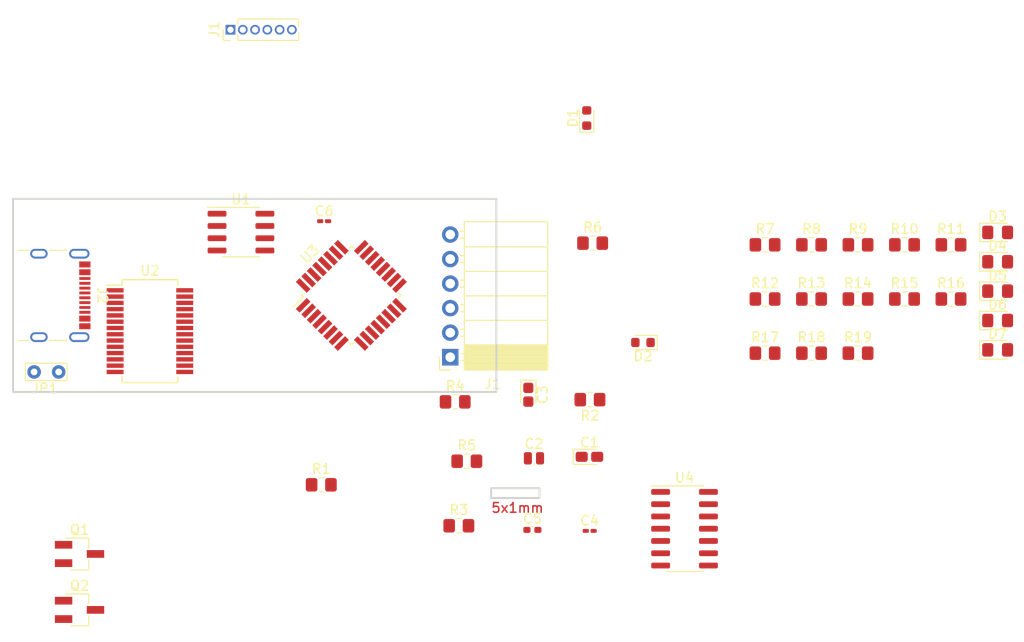
<source format=kicad_pcb>
(kicad_pcb (version 20221018) (generator pcbnew)
  (layers (0 "F.Cu" signal) (31 "B.Cu" signal) (34 "B.Paste" user) (35 "F.Paste" user) (36 "B.SilkS" user "B.Silkscreen") (37 "F.SilkS" user "F.Silkscreen") (38 "B.Mask" user) (39 "F.Mask" user) (44 "Edge.Cuts" user))
  (net 0 "")
  (net 1 "MCLR{slash}Vpp")
  (net 2 "Net-(U1-Q)")
  (net 3 "Net-(C1-Pad2)")
  (net 6 "Net-(D1-K)")
  (net 16 "PGD")
  (net 17 "PGC")
  (net 18 "Net-(J2-CC1)")
  (net 23 "Net-(J2-CC2)")
  (net 24 "Net-(JP1-A)")
  (net 31 "Net-(U3-PB0)")
  (net 32 "Net-(U3-PB1)")
  (net 33 "Gnd")
  (net 34 "Vpp")
  (net 38 "PGM")
  (net 39 "Net-(Q1-G)")
  (net 40 "Net-(D4-K)")
  (net 41 "Net-(D5-K)")
  (net 44 "Vcc")
  (net 48 "MISO")
  (net 49 "SCK")
  (net 50 "Net-(U2-USBD+)")
  (net 51 "Net-(U2-USBD-)")
  (net 53 "MOSI")
  (net 54 "Reset")
  (net 55 "Net-(U3-PC0)")
  (net 57 "Net-(JP1-B)")
  (net 58 "Net-(U2-TXD)")
  (net 59 "Net-(U2-RXD)")
  (net 62 "Net-(U3-PC1)")
  (net 63 "Net-(U3-PC2)")
  (net 64 "Net-(U3-PC3)")
  (net 65 "Net-(D3-A)")
  (net 66 "Net-(D4-A)")
  (net 67 "Net-(D5-A)")
  (net 68 "Net-(D6-K)")
  (net 69 "Net-(D7-K)")
  (net 70 "Vpp_on")
  (net 72 "Net-(R17-Pad2)")
  (net 73 "Vpp_select")
  (footprint "Capacitor_SMD:C_0201_0603Metric_Pad0.64x0.40mm_HandSolder" (layer "F.Cu") (at 84.6575 59.3852)
    (fp_text reference "C4" (at 0 -1.05) (layer "F.SilkS"))
    (fp_text value "100nF")
    (pad "1" smd roundrect (at -0.4075 0) (size 0.635 0.4) (layers "F.Cu" "F.Mask") (net 44 "Vcc"))
    (pad "2" smd roundrect (at 0.4075 0) (size 0.635 0.4) (layers "F.Cu" "F.Mask") (net 33 "Gnd"))
  )
  (footprint "Diode_SMD:D_0603_1608Metric" (layer "F.Cu") (at 84.3534 16.637 90)
    (fp_text reference "D1" (at 0 -1.43 90) (layer "F.SilkS"))
    (fp_text value "BAT43")
    (fp_line (start -1.485 -0.735) (end -1.485 0.735) (stroke (width 0.12)) (layer "F.SilkS"))
    (fp_line (start -1.485 0.735) (end 0.8 0.735) (stroke (width 0.12)) (layer "F.SilkS"))
    (fp_line (start 0.8 -0.735) (end -1.485 -0.735) (stroke (width 0.12)) (layer "F.SilkS"))
    (pad "1" smd roundrect (at -0.7875 0 90) (size 0.875 0.95) (layers "F.Cu" "F.Paste" "F.Mask") (net 6 "Net-(D1-K)"))
    (pad "2" smd roundrect (at 0.7875 0 90) (size 0.875 0.95) (layers "F.Cu" "F.Paste" "F.Mask") (net 44 "Vcc"))
  )
  (footprint "Resistor_SMD:R_0805_2012Metric_Pad1.20x1.40mm_HandSolder" (layer "F.Cu") (at 107.609 40.985)
    (fp_text reference "R18" (at 0 -1.65) (layer "F.SilkS"))
    (fp_text value "R")
    (fp_line (start -0.227064 -0.735) (end 0.227064 -0.735) (stroke (width 0.12)) (layer "F.SilkS"))
    (fp_line (start -0.227064 0.735) (end 0.227064 0.735) (stroke (width 0.12)) (layer "F.SilkS"))
    (pad "1" smd roundrect (at -1 0) (size 1.2 1.4) (layers "F.Cu" "F.Paste" "F.Mask") (roundrect_rratio 0.208333) (net 69 "Net-(D7-K)"))
    (pad "2" smd roundrect (at 1 0) (size 1.2 1.4) (layers "F.Cu" "F.Paste" "F.Mask") (roundrect_rratio 0.208333) (net 33 "Gnd"))
  )
  (footprint "Resistor_SMD:R_0805_2012Metric_Pad1.20x1.40mm_HandSolder" (layer "F.Cu") (at 107.609 35.375)
    (fp_text reference "R13" (at 0 -1.65) (layer "F.SilkS"))
    (fp_text value "470")
    (fp_line (start -0.227064 -0.735) (end 0.227064 -0.735) (stroke (width 0.12)) (layer "F.SilkS"))
    (fp_line (start -0.227064 0.735) (end 0.227064 0.735) (stroke (width 0.12)) (layer "F.SilkS"))
    (pad "1" smd roundrect (at -1 0) (size 1.2 1.4) (layers "F.Cu" "F.Paste" "F.Mask") (roundrect_rratio 0.208333) (net 64 "Net-(U3-PC3)"))
    (pad "2" smd roundrect (at 1 0) (size 1.2 1.4) (layers "F.Cu" "F.Paste" "F.Mask") (roundrect_rratio 0.208333))
  )
  (footprint "Resistor_SMD:R_0805_2012Metric_Pad1.20x1.40mm_HandSolder" (layer "F.Cu") (at 112.419 35.375)
    (fp_text reference "R14" (at 0 -1.65) (layer "F.SilkS"))
    (fp_text value "R")
    (fp_line (start -0.227064 -0.735) (end 0.227064 -0.735) (stroke (width 0.12)) (layer "F.SilkS"))
    (fp_line (start -0.227064 0.735) (end 0.227064 0.735) (stroke (width 0.12)) (layer "F.SilkS"))
    (pad "1" smd roundrect (at -1 0) (size 1.2 1.4) (layers "F.Cu" "F.Paste" "F.Mask") (roundrect_rratio 0.208333) (net 1 "MCLR{slash}Vpp"))
    (pad "2" smd roundrect (at 1 0) (size 1.2 1.4) (layers "F.Cu" "F.Paste" "F.Mask") (roundrect_rratio 0.208333) (net 33 "Gnd"))
  )
  (footprint "Capacitor_SMD:C_0201_0603Metric_Pad0.64x0.40mm_HandSolder" (layer "F.Cu") (at 57.184 27.315)
    (fp_text reference "C6" (at 0 -1.05) (layer "F.SilkS"))
    (fp_text value "C")
    (pad "1" smd roundrect (at -0.4075 0) (size 0.635 0.4) (layers "F.Cu" "F.Mask"))
    (pad "2" smd roundrect (at 0.4075 0) (size 0.635 0.4) (layers "F.Cu" "F.Mask"))
  )
  (footprint "Resistor_SMD:R_0805_2012Metric_Pad1.20x1.40mm_HandSolder" (layer "F.Cu") (at 107.609 29.765)
    (fp_text reference "R8" (at 0 -1.65) (layer "F.SilkS"))
    (fp_text value "1k")
    (fp_line (start -0.227064 -0.735) (end 0.227064 -0.735) (stroke (width 0.12)) (layer "F.SilkS"))
    (fp_line (start -0.227064 0.735) (end 0.227064 0.735) (stroke (width 0.12)) (layer "F.SilkS"))
    (pad "1" smd roundrect (at -1 0) (size 1.2 1.4) (layers "F.Cu" "F.Paste" "F.Mask") (roundrect_rratio 0.208333) (net 66 "Net-(D4-A)"))
    (pad "2" smd roundrect (at 1 0) (size 1.2 1.4) (layers "F.Cu" "F.Paste" "F.Mask") (roundrect_rratio 0.208333) (net 44 "Vcc"))
  )
  (footprint "Diode_SMD:D_0805_2012Metric_Pad1.15x1.40mm_HandSolder" (layer "F.Cu") (at 126.864 34.56)
    (fp_text reference "D5" (at 0 -1.65) (layer "F.SilkS"))
    (fp_text value "Red")
    (fp_line (start -1.86 -0.96) (end -1.86 0.96) (stroke (width 0.12)) (layer "F.SilkS"))
    (fp_line (start -1.86 0.96) (end 1 0.96) (stroke (width 0.12)) (layer "F.SilkS"))
    (fp_line (start 1 -0.96) (end -1.86 -0.96) (stroke (width 0.12)) (layer "F.SilkS"))
    (pad "1" smd roundrect (at -1.025 0) (size 1.15 1.4) (layers "F.Cu" "F.Paste" "F.Mask") (roundrect_rratio 0.217391) (net 41 "Net-(D5-K)"))
    (pad "2" smd roundrect (at 1.025 0) (size 1.15 1.4) (layers "F.Cu" "F.Paste" "F.Mask") (roundrect_rratio 0.217391) (net 67 "Net-(D5-A)"))
  )
  (footprint "Capacitor_SMD:C_0504_1310Metric_Pad0.83x1.28mm_HandSolder" (layer "F.Cu") (at 78.8924 51.8668)
    (fp_text reference "C2" (at 0 -1.49) (layer "F.SilkS"))
    (fp_text value "1nF")
    (fp_line (start -0.101969 -0.62) (end 0.101969 -0.62) (stroke (width 0.12)) (layer "F.SilkS"))
    (fp_line (start -0.101969 0.62) (end 0.101969 0.62) (stroke (width 0.12)) (layer "F.SilkS"))
    (pad "1" smd roundrect (at -0.6275 0) (size 0.835 1.28) (layers "F.Cu" "F.Paste" "F.Mask") (net 33 "Gnd"))
    (pad "2" smd roundrect (at 0.6275 0) (size 0.835 1.28) (layers "F.Cu" "F.Paste" "F.Mask") (net 33 "Gnd"))
  )
  (footprint "Resistor_SMD:R_0805_2012Metric_Pad1.20x1.40mm_HandSolder" (layer "F.Cu") (at 122.039 35.375)
    (fp_text reference "R16" (at 0 -1.65) (layer "F.SilkS"))
    (fp_text value "R")
    (fp_line (start -0.227064 -0.735) (end 0.227064 -0.735) (stroke (width 0.12)) (layer "F.SilkS"))
    (fp_line (start -0.227064 0.735) (end 0.227064 0.735) (stroke (width 0.12)) (layer "F.SilkS"))
    (pad "1" smd roundrect (at -1 0) (size 1.2 1.4) (layers "F.Cu" "F.Paste" "F.Mask") (roundrect_rratio 0.208333) (net 44 "Vcc"))
    (pad "2" smd roundrect (at 1 0) (size 1.2 1.4) (layers "F.Cu" "F.Paste" "F.Mask") (roundrect_rratio 0.208333) (net 39 "Net-(Q1-G)"))
  )
  (footprint "Package_SO:SSOP-28_5.3x10.2mm_P0.65mm" (layer "F.Cu") (at 39.16 38.701)
    (fp_text reference "U2" (at 0 -6.25) (layer "F.SilkS"))
    (fp_text value "FT232RL")
    (fp_line (start -2.875 -5.325) (end -2.875 -4.75) (stroke (width 0.15)) (layer "F.SilkS"))
    (fp_line (start -2.875 -5.325) (end 2.875 -5.325) (stroke (width 0.15)) (layer "F.SilkS"))
    (fp_line (start -2.875 -4.75) (end -4.475 -4.75) (stroke (width 0.15)) (layer "F.SilkS"))
    (fp_line (start -2.875 5.325) (end -2.875 4.675) (stroke (width 0.15)) (layer "F.SilkS"))
    (fp_line (start -2.875 5.325) (end 2.875 5.325) (stroke (width 0.15)) (layer "F.SilkS"))
    (fp_line (start 2.875 -5.325) (end 2.875 -4.675) (stroke (width 0.15)) (layer "F.SilkS"))
    (fp_line (start 2.875 5.325) (end 2.875 4.675) (stroke (width 0.15)) (layer "F.SilkS"))
    (pad "1" smd rect (at -3.6 -4.225) (size 1.75 0.45) (layers "F.Cu" "F.Paste" "F.Mask") (net 58 "Net-(U2-TXD)"))
    (pad "2" smd rect (at -3.6 -3.575) (size 1.75 0.45) (layers "F.Cu" "F.Paste" "F.Mask"))
    (pad "3" smd rect (at -3.6 -2.925) (size 1.75 0.45) (layers "F.Cu" "F.Paste" "F.Mask"))
    (pad "4" smd rect (at -3.6 -2.275) (size 1.75 0.45) (layers "F.Cu" "F.Paste" "F.Mask") (net 44 "Vcc"))
    (pad "5" smd rect (at -3.6 -1.625) (size 1.75 0.45) (layers "F.Cu" "F.Paste" "F.Mask") (net 59 "Net-(U2-RXD)"))
    (pad "6" smd rect (at -3.6 -0.975) (size 1.75 0.45) (layers "F.Cu" "F.Paste" "F.Mask"))
    (pad "7" smd rect (at -3.6 -0.325) (size 1.75 0.45) (layers "F.Cu" "F.Paste" "F.Mask") (net 33 "Gnd"))
    (pad "8" smd rect (at -3.6 0.325) (size 1.75 0.45) (layers "F.Cu" "F.Paste" "F.Mask"))
    (pad "9" smd rect (at -3.6 0.975) (size 1.75 0.45) (layers "F.Cu" "F.Paste" "F.Mask") (net 24 "Net-(JP1-A)"))
    (pad "10" smd rect (at -3.6 1.625) (size 1.75 0.45) (layers "F.Cu" "F.Paste" "F.Mask"))
    (pad "11" smd rect (at -3.6 2.275) (size 1.75 0.45) (layers "F.Cu" "F.Paste" "F.Mask"))
    (pad "12" smd rect (at -3.6 2.925) (size 1.75 0.45) (layers "F.Cu" "F.Paste" "F.Mask"))
    (pad "13" smd rect (at -3.6 3.575) (size 1.75 0.45) (layers "F.Cu" "F.Paste" "F.Mask"))
    (pad "14" smd rect (at -3.6 4.225) (size 1.75 0.45) (layers "F.Cu" "F.Paste" "F.Mask"))
    (pad "15" smd rect (at 3.6 4.225) (size 1.75 0.45) (layers "F.Cu" "F.Paste" "F.Mask") (net 50 "Net-(U2-USBD+)"))
    (pad "16" smd rect (at 3.6 3.575) (size 1.75 0.45) (layers "F.Cu" "F.Paste" "F.Mask") (net 51 "Net-(U2-USBD-)"))
    (pad "17" smd rect (at 3.6 2.925) (size 1.75 0.45) (layers "F.Cu" "F.Paste" "F.Mask"))
    (pad "18" smd rect (at 3.6 2.275) (size 1.75 0.45) (layers "F.Cu" "F.Paste" "F.Mask") (net 33 "Gnd"))
    (pad "19" smd rect (at 3.6 1.625) (size 1.75 0.45) (layers "F.Cu" "F.Paste" "F.Mask") (net 44 "Vcc"))
    (pad "20" smd rect (at 3.6 0.975) (size 1.75 0.45) (layers "F.Cu" "F.Paste" "F.Mask") (net 44 "Vcc"))
    (pad "21" smd rect (at 3.6 0.325) (size 1.75 0.45) (layers "F.Cu" "F.Paste" "F.Mask") (net 33 "Gnd"))
    (pad "22" smd rect (at 3.6 -0.325) (size 1.75 0.45) (layers "F.Cu" "F.Paste" "F.Mask") (net 40 "Net-(D4-K)"))
    (pad "23" smd rect (at 3.6 -0.975) (size 1.75 0.45) (layers "F.Cu" "F.Paste" "F.Mask") (net 41 "Net-(D5-K)"))
    (pad "24" smd rect (at 3.6 -1.625) (size 1.75 0.45) (layers "F.Cu" "F.Paste" "F.Mask"))
    (pad "25" smd rect (at 3.6 -2.275) (size 1.75 0.45) (layers "F.Cu" "F.Paste" "F.Mask") (net 33 "Gnd"))
    (pad "26" smd rect (at 3.6 -2.925) (size 1.75 0.45) (layers "F.Cu" "F.Paste" "F.Mask") (net 33 "Gnd"))
    (pad "27" smd rect (at 3.6 -3.575) (size 1.75 0.45) (layers "F.Cu" "F.Paste" "F.Mask"))
    (pad "28" smd rect (at 3.6 -4.225) (size 1.75 0.45) (layers "F.Cu" "F.Paste" "F.Mask"))
  )
  (footprint "Resistor_SMD:R_0805_2012Metric_Pad1.20x1.40mm_HandSolder" (layer "F.Cu") (at 117.229 29.765)
    (fp_text reference "R10" (at 0 -1.65) (layer "F.SilkS"))
    (fp_text value "470")
    (fp_line (start -0.227064 -0.735) (end 0.227064 -0.735) (stroke (width 0.12)) (layer "F.SilkS"))
    (fp_line (start -0.227064 0.735) (end 0.227064 0.735) (stroke (width 0.12)) (layer "F.SilkS"))
    (pad "1" smd roundrect (at -1 0) (size 1.2 1.4) (layers "F.Cu" "F.Paste" "F.Mask") (roundrect_rratio 0.208333) (net 55 "Net-(U3-PC0)"))
    (pad "2" smd roundrect (at 1 0) (size 1.2 1.4) (layers "F.Cu" "F.Paste" "F.Mask") (roundrect_rratio 0.208333) (net 17 "PGC"))
  )
  (footprint "Connector_USB:USB_C_Receptacle_GCT_USB4105-xx-A_16P_TopMnt_Horizontal" (layer "F.Cu") (at 28.75 35 -90)
    (fp_text reference "J2" (at 0 -5.5 -90 unlocked) (layer "F.SilkS"))
    (fp_text value "USB-C connector" hide)
    (fp_line (start -4.67 0) (end -4.67 -1.8) (stroke (width 0.12)) (layer "F.SilkS"))
    (fp_line (start -4.67 2.1) (end -4.67 3.25) (stroke (width 0.12)) (layer "F.SilkS"))
    (fp_line (start 4.67 0) (end 4.67 -1.8) (stroke (width 0.12)) (layer "F.SilkS"))
    (fp_line (start 4.67 2.1) (end 4.67 3.25) (stroke (width 0.12)) (layer "F.SilkS"))
    (pad "" np_thru_hole circle locked (at -2.89 -2.605 270) (size 0.65 0.65) (drill 0.65) (layers "F&B.Cu" "*.Mask"))
    (pad "" np_thru_hole circle locked (at 2.89 -2.605 270) (size 0.65 0.65) (drill 0.65) (layers "F&B.Cu" "*.Mask"))
    (pad "A1" smd rect locked (at -3.2 -3.68 270) (size 0.6 1.15) (layers "F.Cu" "F.Paste" "F.Mask") (net 33 "Gnd"))
    (pad "A4" smd rect locked (at -2.4 -3.68 270) (size 0.6 1.15) (layers "F.Cu" "F.Paste" "F.Mask") (net 44 "Vcc"))
    (pad "A5" smd rect locked (at -1.25 -3.68 270) (size 0.3 1.15) (layers "F.Cu" "F.Paste" "F.Mask") (net 18 "Net-(J2-CC1)"))
    (pad "A6" smd rect locked (at -0.25 -3.68 270) (size 0.3 1.15) (layers "F.Cu" "F.Paste" "F.Mask") (net 50 "Net-(U2-USBD+)"))
    (pad "A7" smd rect locked (at 0.25 -3.68 270) (size 0.3 1.15) (layers "F.Cu" "F.Paste" "F.Mask") (net 51 "Net-(U2-USBD-)"))
    (pad "A8" smd rect locked (at 1.25 -3.68 270) (size 0.3 1.15) (layers "F.Cu" "F.Paste" "F.Mask"))
    (pad "A9" smd rect locked (at 2.4 -3.68 270) (size 0.6 1.15) (layers "F.Cu" "F.Paste" "F.Mask") (net 44 "Vcc"))
    (pad "A12" smd rect locked (at 3.2 -3.68 270) (size 0.6 1.15) (layers "F.Cu" "F.Paste" "F.Mask") (net 33 "Gnd"))
    (pad "B1" smd rect locked (at 3.2 -3.68 270) (size 0.6 1.15) (layers "F.Cu" "F.Paste" "F.Mask") (net 33 "Gnd"))
    (pad "B4" smd rect locked (at 2.4 -3.68 270) (size 0.6 1.15) (layers "F.Cu" "F.Paste" "F.Mask") (net 44 "Vcc"))
    (pad "B5" smd rect locked (at 1.75 -3.68 270) (size 0.3 1.15) (layers "F.Cu" "F.Paste" "F.Mask") (net 23 "Net-(J2-CC2)"))
    (pad "B6" smd rect locked (at 0.75 -3.68 270) (size 0.3 1.15) (layers "F.Cu" "F.Paste" "F.Mask") (net 50 "Net-(U2-USBD+)"))
    (pad "B7" smd rect locked (at -0.75 -3.68 270) (size 0.3 1.15) (layers "F.Cu" "F.Paste" "F.Mask") (net 51 "Net-(U2-USBD-)"))
    (pad "B8" smd rect locked (at -1.75 -3.68 270) (size 0.3 1.15) (layers "F.Cu" "F.Paste" "F.Mask"))
    (pad "B9" smd rect locked (at -2.4 -3.68 270) (size 0.6 1.15) (layers "F.Cu" "F.Paste" "F.Mask") (net 44 "Vcc"))
    (pad "B12" smd rect locked (at -3.2 -3.68 270) (size 0.6 1.15) (layers "F.Cu" "F.Paste" "F.Mask") (net 33 "Gnd"))
    (pad "S1" thru_hole oval locked (at -4.32 -3.105 270) (size 1 2.1) (drill oval 0.6 1.7) (layers "*.Cu" "*.Mask") (net 33 "Gnd"))
    (pad "S1" thru_hole oval locked (at -4.32 1.075 270) (size 1 1.8) (drill oval 0.6 1.4) (layers "*.Cu" "*.Mask") (net 33 "Gnd"))
    (pad "S1" thru_hole oval locked (at 4.32 -3.105 270) (size 1 2.1) (drill oval 0.6 1.7) (layers "*.Cu" "*.Mask") (net 33 "Gnd"))
    (pad "S1" thru_hole oval locked (at 4.32 1.075 270) (size 1 1.8) (drill oval 0.6 1.4) (layers "*.Cu" "*.Mask") (net 33 "Gnd"))
  )
  (footprint "Connector_PinSocket_2.54mm:PinSocket_1x06_P2.54mm_Horizontal" (layer "F.Cu") (at 70.231 41.402 180)
    (fp_text reference "J1" (at -4.38 -2.77) (layer "F.SilkS"))
    (fp_text value "ICSP PIC")
    (fp_line (start -10.09 -1.33) (end -10.09 14.03) (stroke (width 0.12)) (layer "F.SilkS"))
    (fp_line (start -10.09 -1.33) (end -1.46 -1.33) (stroke (width 0.12)) (layer "F.SilkS"))
    (fp_line (start -10.09 -1.21) (end -1.46 -1.21) (stroke (width 0.12)) (layer "F.SilkS"))
    (fp_line (start -10.09 -1.091905) (end -1.46 -1.091905) (stroke (width 0.12)) (layer "F.SilkS"))
    (fp_line (start -10.09 -0.97381) (end -1.46 -0.97381) (stroke (width 0.12)) (layer "F.SilkS"))
    (fp_line (start -10.09 -0.855715) (end -1.46 -0.855715) (stroke (width 0.12)) (layer "F.SilkS"))
    (fp_line (start -10.09 -0.73762) (end -1.46 -0.73762) (stroke (width 0.12)) (layer "F.SilkS"))
    (fp_line (start -10.09 -0.619525) (end -1.46 -0.619525) (stroke (width 0.12)) (layer "F.SilkS"))
    (fp_line (start -10.09 -0.50143) (end -1.46 -0.50143) (stroke (width 0.12)) (layer "F.SilkS"))
    (fp_line (start -10.09 -0.383335) (end -1.46 -0.383335) (stroke (width 0.12)) (layer "F.SilkS"))
    (fp_line (start -10.09 -0.26524) (end -1.46 -0.26524) (stroke (width 0.12)) (layer "F.SilkS"))
    (fp_line (start -10.09 -0.147145) (end -1.46 -0.147145) (stroke (width 0.12)) (layer "F.SilkS"))
    (fp_line (start -10.09 -0.02905) (end -1.46 -0.02905) (stroke (width 0.12)) (layer "F.SilkS"))
    (fp_line (start -10.09 0.089045) (end -1.46 0.089045) (stroke (width 0.12)) (layer "F.SilkS"))
    (fp_line (start -10.09 0.20714) (end -1.46 0.20714) (stroke (width 0.12)) (layer "F.SilkS"))
    (fp_line (start -10.09 0.325235) (end -1.46 0.325235) (stroke (width 0.12)) (layer "F.SilkS"))
    (fp_line (start -10.09 0.44333) (end -1.46 0.44333) (stroke (width 0.12)) (layer "F.SilkS"))
    (fp_line (start -10.09 0.561425) (end -1.46 0.561425) (stroke (width 0.12)) (layer "F.SilkS"))
    (fp_line (start -10.09 0.67952) (end -1.46 0.67952) (stroke (width 0.12)) (layer "F.SilkS"))
    (fp_line (start -10.09 0.797615) (end -1.46 0.797615) (stroke (width 0.12)) (layer "F.SilkS"))
    (fp_line (start -10.09 0.91571) (end -1.46 0.91571) (stroke (width 0.12)) (layer "F.SilkS"))
    (fp_line (start -10.09 1.033805) (end -1.46 1.033805) (stroke (width 0.12)) (layer "F.SilkS"))
    (fp_line (start -10.09 1.1519) (end -1.46 1.1519) (stroke (width 0.12)) (layer "F.SilkS"))
    (fp_line (start -10.09 1.27) (end -1.46 1.27) (stroke (width 0.12)) (layer "F.SilkS"))
    (fp_line (start -10.09 3.81) (end -1.46 3.81) (stroke (width 0.12)) (layer "F.SilkS"))
    (fp_line (start -10.09 6.35) (end -1.46 6.35) (stroke (width 0.12)) (layer "F.SilkS"))
    (fp_line (start -10.09 8.89) (end -1.46 8.89) (stroke (width 0.12)) (layer "F.SilkS"))
    (fp_line (start -10.09 11.43) (end -1.46 11.43) (stroke (width 0.12)) (layer "F.SilkS"))
    (fp_line (start -10.09 14.03) (end -1.46 14.03) (stroke (width 0.12)) (layer "F.SilkS"))
    (fp_line (start -1.46 -1.33) (end -1.46 14.03) (stroke (width 0.12)) (layer "F.SilkS"))
    (fp_line (start -1.46 -0.36) (end -1.11 -0.36) (stroke (width 0.12)) (layer "F.SilkS"))
    (fp_line (start -1.46 0.36) (end -1.11 0.36) (stroke (width 0.12)) (layer "F.SilkS"))
    (fp_line (start -1.46 2.18) (end -1.05 2.18) (stroke (width 0.12)) (layer "F.SilkS"))
    (fp_line (start -1.46 2.9) (end -1.05 2.9) (stroke (width 0.12)) (layer "F.SilkS"))
    (fp_line (start -1.46 4.72) (end -1.05 4.72) (stroke (width 0.12)) (layer "F.SilkS"))
    (fp_line (start -1.46 5.44) (end -1.05 5.44) (stroke (width 0.12)) (layer "F.SilkS"))
    (fp_line (start -1.46 7.26) (end -1.05 7.26) (stroke (width 0.12)) (layer "F.SilkS"))
    (fp_line (start -1.46 7.98) (end -1.05 7.98) (stroke (width 0.12)) (layer "F.SilkS"))
    (fp_line (start -1.46 9.8) (end -1.05 9.8) (stroke (width 0.12)) (layer "F.SilkS"))
    (fp_line (start -1.46 10.52) (end -1.05 10.52) (stroke (width 0.12)) (layer "F.SilkS"))
    (fp_line (start -1.46 12.34) (end -1.05 12.34) (stroke (width 0.12)) (layer "F.SilkS"))
    (fp_line (start -1.46 13.06) (end -1.05 13.06) (stroke (width 0.12)) (layer "F.SilkS"))
    (fp_line (start 0 -1.33) (end 1.11 -1.33) (stroke (width 0.12)) (layer "F.SilkS"))
    (fp_line (start 1.11 -1.33) (end 1.11 0) (stroke (width 0.12)) (layer "F.SilkS"))
    (pad "1" thru_hole rect (at 0 0 180) (size 1.7 1.7) (drill 1) (layers "*.Cu" "*.Mask") (net 1 "MCLR{slash}Vpp"))
    (pad "2" thru_hole oval (at 0 2.54 180) (size 1.7 1.7) (drill 1) (layers "*.Cu" "*.Mask") (net 44 "Vcc"))
    (pad "3" thru_hole oval (at 0 5.08 180) (size 1.7 1.7) (drill 1) (layers "*.Cu" "*.Mask") (net 33 "Gnd"))
    (pad "4" thru_hole oval (at 0 7.62 180) (size 1.7 1.7) (drill 1) (layers "*.Cu" "*.Mask") (net 16 "PGD"))
    (pad "5" thru_hole oval (at 0 10.16 180) (size 1.7 1.7) (drill 1) (layers "*.Cu" "*.Mask") (net 17 "PGC"))
    (pad "6" thru_hole oval (at 0 12.7 180) (size 1.7 1.7) (drill 1) (layers "*.Cu" "*.Mask") (net 38 "PGM"))
  )
  (footprint "Resistor_SMD:R_0805_2012Metric_Pad1.20x1.40mm_HandSolder" (layer "F.Cu") (at 102.799 35.375)
    (fp_text reference "R12" (at 0 -1.65) (layer "F.SilkS"))
    (fp_text value "470")
    (fp_line (start -0.227064 -0.735) (end 0.227064 -0.735) (stroke (width 0.12)) (layer "F.SilkS"))
    (fp_line (start -0.227064 0.735) (end 0.227064 0.735) (stroke (width 0.12)) (layer "F.SilkS"))
    (pad "1" smd roundrect (at -1 0) (size 1.2 1.4) (layers "F.Cu" "F.Paste" "F.Mask") (roundrect_rratio 0.208333) (net 63 "Net-(U3-PC2)"))
    (pad "2" smd roundrect (at 1 0) (size 1.2 1.4) (layers "F.Cu" "F.Paste" "F.Mask") (roundrect_rratio 0.208333) (net 44 "Vcc"))
  )
  (footprint "Connector_PinHeader_1.27mm:PinHeader_1x06_P1.27mm_Vertical" (layer "F.Cu") (at 47.498 7.493 90)
    (fp_text reference "J1" (at 0 -1.695 90) (layer "F.SilkS"))
    (fp_text value "ISP AVR")
    (fp_line (start -1.11 -0.76) (end 0 -0.76) (stroke (width 0.12)) (layer "F.SilkS"))
    (fp_line (start -1.11 0) (end -1.11 -0.76) (stroke (width 0.12)) (layer "F.SilkS"))
    (fp_line (start -1.11 0.76) (end -1.11 7.045) (stroke (width 0.12)) (layer "F.SilkS"))
    (fp_line (start -1.11 0.76) (end -0.563471 0.76) (stroke (width 0.12)) (layer "F.SilkS"))
    (fp_line (start -1.11 7.045) (end -0.30753 7.045) (stroke (width 0.12)) (layer "F.SilkS"))
    (fp_line (start 0.30753 7.045) (end 1.11 7.045) (stroke (width 0.12)) (layer "F.SilkS"))
    (fp_line (start 0.563471 0.76) (end 1.11 0.76) (stroke (width 0.12)) (layer "F.SilkS"))
    (fp_line (start 1.11 0.76) (end 1.11 7.045) (stroke (width 0.12)) (layer "F.SilkS"))
    (pad "1" thru_hole rect (at 0 0 90) (size 1 1) (drill 0.65) (layers "*.Cu" "*.Mask") (net 48 "MISO"))
    (pad "2" thru_hole oval (at 0 1.27 90) (size 1 1) (drill 0.65) (layers "*.Cu" "*.Mask") (net 44 "Vcc"))
    (pad "3" thru_hole oval (at 0 2.54 90) (size 1 1) (drill 0.65) (layers "*.Cu" "*.Mask") (net 49 "SCK"))
    (pad "4" thru_hole oval (at 0 3.81 90) (size 1 1) (drill 0.65) (layers "*.Cu" "*.Mask") (net 53 "MOSI"))
    (pad "5" thru_hole oval (at 0 5.08 90) (size 1 1) (drill 0.65) (layers "*.Cu" "*.Mask") (net 54 "Reset"))
    (pad "6" thru_hole oval (at 0 6.35 90) (size 1 1) (drill 0.65) (layers "*.Cu" "*.Mask") (net 33 "Gnd"))
  )
  (footprint "Resistor_SMD:R_0805_2012Metric_Pad1.20x1.40mm_HandSolder" (layer "F.Cu") (at 71.9449 52.1716)
    (fp_text reference "R5" (at 0 -1.65) (layer "F.SilkS"))
    (fp_text value "5k1")
    (fp_line (start -0.227064 -0.735) (end 0.227064 -0.735) (stroke (width 0.12)) (layer "F.SilkS"))
    (fp_line (start -0.227064 0.735) (end 0.227064 0.735) (stroke (width 0.12)) (layer "F.SilkS"))
    (pad "1" smd roundrect (at -1 0) (size 1.2 1.4) (layers "F.Cu" "F.Paste" "F.Mask") (roundrect_rratio 0.208333) (net 18 "Net-(J2-CC1)"))
    (pad "2" smd roundrect (at 1 0) (size 1.2 1.4) (layers "F.Cu" "F.Paste" "F.Mask") (roundrect_rratio 0.208333) (net 33 "Gnd"))
  )
  (footprint "Package_TO_SOT_SMD:SC-59_Handsoldering" (layer "F.Cu") (at 31.877 67.564)
    (fp_text reference "Q2" (at 0 -2.5) (layer "F.SilkS"))
    (fp_text value "BS250")
    (fp_line (start -1.45 -1.65) (end 0.95 -1.65) (stroke (width 0.12)) (layer "F.SilkS"))
    (fp_line (start -0.85 1.65) (end 0.95 1.65) (stroke (width 0.12)) (layer "F.SilkS"))
    (fp_line (start 0.95 -1.65) (end 0.95 -0.6) (stroke (width 0.12)) (layer "F.SilkS"))
    (fp_line (start 0.95 1.65) (end 0.95 0.6) (stroke (width 0.12)) (layer "F.SilkS"))
    (pad "1" smd rect (at -1.65 -0.95) (size 1.8 0.8) (layers "F.Cu" "F.Paste" "F.Mask") (net 1 "MCLR{slash}Vpp"))
    (pad "2" smd rect (at -1.65 0.95) (size 1.8 0.8) (layers "F.Cu" "F.Paste" "F.Mask") (net 38 "PGM"))
    (pad "3" smd rect (at 1.65 0) (size 1.8 0.8) (layers "F.Cu" "F.Paste" "F.Mask") (net 34 "Vpp"))
  )
  (footprint "TestPoint:TestPoint_Bridge_Pitch2.54mm_Drill0.7mm" (layer "F.Cu") (at 27.178 42.926)
    (fp_text reference "JP1" (at 1.1 1.7) (layer "F.SilkS"))
    (fp_text value "bootloading")
    (fp_line (start -0.9 -0.9) (end -0.9 0.9) (stroke (width 0.12)) (layer "F.SilkS"))
    (fp_line (start -0.9 -0.9) (end 3.4 -0.9) (stroke (width 0.12)) (layer "F.SilkS"))
    (fp_line (start 3.4 0.9) (end -0.9 0.9) (stroke (width 0.12)) (layer "F.SilkS"))
    (fp_line (start 3.4 0.9) (end 3.4 -0.9) (stroke (width 0.12)) (layer "F.SilkS"))
    (pad "1" thru_hole circle (at 0 0) (size 1.4 1.4) (drill 0.7) (layers "*.Cu" "*.Mask") (net 24 "Net-(JP1-A)"))
    (pad "1" thru_hole circle (at 2.54 0) (size 1.4 1.4) (drill 0.7) (layers "*.Cu" "*.Mask") (net 24 "Net-(JP1-A)"))
  )
  (footprint "Diode_SMD:D_0805_2012Metric_Pad1.15x1.40mm_HandSolder" (layer "F.Cu") (at 126.864 37.6)
    (fp_text reference "D6" (at 0 -1.65) (layer "F.SilkS"))
    (fp_text value "Orange")
    (fp_line (start -1.86 -0.96) (end -1.86 0.96) (stroke (width 0.12)) (layer "F.SilkS"))
    (fp_line (start -1.86 0.96) (end 1 0.96) (stroke (width 0.12)) (layer "F.SilkS"))
    (fp_line (start 1 -0.96) (end -1.86 -0.96) (stroke (width 0.12)) (layer "F.SilkS"))
    (pad "1" smd roundrect (at -1.025 0) (size 1.15 1.4) (layers "F.Cu" "F.Paste" "F.Mask") (roundrect_rratio 0.217391) (net 68 "Net-(D6-K)"))
    (pad "2" smd roundrect (at 1.025 0) (size 1.15 1.4) (layers "F.Cu" "F.Paste" "F.Mask") (roundrect_rratio 0.217391) (net 44 "Vcc"))
  )
  (footprint "Diode_SMD:D_0805_2012Metric_Pad1.15x1.40mm_HandSolder" (layer "F.Cu") (at 126.864 28.48)
    (fp_text reference "D3" (at 0 -1.65) (layer "F.SilkS"))
    (fp_text value "Green")
    (fp_line (start -1.86 -0.96) (end -1.86 0.96) (stroke (width 0.12)) (layer "F.SilkS"))
    (fp_line (start -1.86 0.96) (end 1 0.96) (stroke (width 0.12)) (layer "F.SilkS"))
    (fp_line (start 1 -0.96) (end -1.86 -0.96) (stroke (width 0.12)) (layer "F.SilkS"))
    (pad "1" smd roundrect (at -1.025 0) (size 1.15 1.4) (layers "F.Cu" "F.Paste" "F.Mask") (roundrect_rratio 0.217391) (net 33 "Gnd"))
    (pad "2" smd roundrect (at 1.025 0) (size 1.15 1.4) (layers "F.Cu" "F.Paste" "F.Mask") (roundrect_rratio 0.217391) (net 65 "Net-(D3-A)"))
  )
  (footprint "Capacitor_Tantalum_SMD:CP_EIA-1608-08_AVX-J" (layer "F.Cu") (at 78.3082 45.2869 -90)
    (fp_text reference "C3" (at 0 -1.48 90) (layer "F.SilkS"))
    (fp_text value "1µF")
    (fp_line (start -1.51 -0.785) (end -1.51 0.785) (stroke (width 0.12)) (layer "F.SilkS"))
    (fp_line (start -1.51 0.785) (end 0.8 0.785) (stroke (width 0.12)) (layer "F.SilkS"))
    (fp_line (start 0.8 -0.785) (end -1.51 -0.785) (stroke (width 0.12)) (layer "F.SilkS"))
    (pad "1" smd roundrect (at -0.7125 0 270) (size 1.075 1.05) (layers "F.Cu" "F.Paste" "F.Mask") (roundrect_rratio 0.238095) (net 34 "Vpp"))
    (pad "2" smd roundrect (at 0.7125 0 270) (size 1.075 1.05) (layers "F.Cu" "F.Paste" "F.Mask") (roundrect_rratio 0.238095) (net 33 "Gnd"))
  )
  (footprint "Capacitor_SMD:C_0402_1005Metric_Pad0.74x0.62mm_HandSolder" (layer "F.Cu") (at 78.7313 59.2836)
    (fp_text reference "C5" (at 0 -1.16) (layer "F.SilkS"))
    (fp_text value "100nF")
    (fp_line (start -0.115835 -0.36) (end 0.115835 -0.36) (stroke (width 0.12)) (layer "F.SilkS"))
    (fp_line (start -0.115835 0.36) (end 0.115835 0.36) (stroke (width 0.12)) (layer "F.SilkS"))
    (pad "1" smd roundrect (at -0.5675 0) (size 0.735 0.62) (layers "F.Cu" "F.Paste" "F.Mask") (net 57 "Net-(JP1-B)"))
    (pad "2" smd roundrect (at 0.5675 0) (size 0.735 0.62) (layers "F.Cu" "F.Paste" "F.Mask") (net 54 "Reset"))
  )
  (footprint "Package_QFP:TQFP-32_7x7mm_P0.8mm" (layer "F.Cu") (at 60 35 45)
    (fp_text reference "U3" (at 0 -6.05 45) (layer "F.SilkS"))
    (fp_text value "ATmega328P-A")
    (fp_line (start -3.625 -3.625) (end -3.625 -3.4) (stroke (width 0.15)) (layer "F.SilkS"))
    (fp_line (start -3.625 -3.625) (end -3.3 -3.625) (stroke (width 0.15)) (layer "F.SilkS"))
    (fp_line (start -3.625 -3.4) (end -5.05 -3.4) (stroke (width 0.15)) (layer "F.SilkS"))
    (fp_line (start -3.625 3.625) (end -3.625 3.3) (stroke (width 0.15)) (layer "F.SilkS"))
    (fp_line (start -3.625 3.625) (end -3.3 3.625) (stroke (width 0.15)) (layer "F.SilkS"))
    (fp_line (start 3.625 -3.625) (end 3.3 -3.625) (stroke (width 0.15)) (layer "F.SilkS"))
    (fp_line (start 3.625 -3.625) (end 3.625 -3.3) (stroke (width 0.15)) (layer "F.SilkS"))
    (fp_line (start 3.625 3.625) (end 3.3 3.625) (stroke (width 0.15)) (layer "F.SilkS"))
    (fp_line (start 3.625 3.625) (end 3.625 3.3) (stroke (width 0.15)) (layer "F.SilkS"))
    (pad "1" smd rect (at -4.25 -2.8 45) (size 1.6 0.55) (layers "F.Cu" "F.Paste" "F.Mask"))
    (pad "2" smd rect (at -4.25 -2 45) (size 1.6 0.55) (layers "F.Cu" "F.Paste" "F.Mask"))
    (pad "3" smd rect (at -4.25 -1.2 45) (size 1.6 0.55) (layers "F.Cu" "F.Paste" "F.Mask") (net 33 "Gnd"))
    (pad "4" smd rect (at -4.25 -0.4 45) (size 1.6 0.55) (layers "F.Cu" "F.Paste" "F.Mask") (net 44 "Vcc"))
    (pad "5" smd rect (at -4.25 0.4 45) (size 1.6 0.55) (layers "F.Cu" "F.Paste" "F.Mask") (net 33 "Gnd"))
    (pad "6" smd rect (at -4.25 1.2 45) (size 1.6 0.55) (layers "F.Cu" "F.Paste" "F.Mask") (net 44 "Vcc"))
    (pad "7" smd rect (at -4.25 2 45) (size 1.6 0.55) (layers "F.Cu" "F.Paste" "F.Mask"))
    (pad "8" smd rect (at -4.25 2.8 45) (size 1.6 0.55) (layers "F.Cu" "F.Paste" "F.Mask"))
    (pad "9" smd rect (at -2.8 4.25 135) (size 1.6 0.55) (layers "F.Cu" "F.Paste" "F.Mask"))
    (pad "10" smd rect (at -2 4.25 135) (size 1.6 0.55) (layers "F.Cu" "F.Paste" "F.Mask"))
    (pad "11" smd rect (at -1.2 4.25 135) (size 1.6 0.55) (layers "F.Cu" "F.Paste" "F.Mask"))
    (pad "12" smd rect (at -0.4 4.25 135) (size 1.6 0.55) (layers "F.Cu" "F.Paste" "F.Mask") (net 31 "Net-(U3-PB0)"))
    (pad "13" smd rect (at 0.4 4.25 135) (size 1.6 0.55) (layers "F.Cu" "F.Paste" "F.Mask") (net 32 "Net-(U3-PB1)"))
    (pad "14" smd rect (at 1.2 4.25 135) (size 1.6 0.55) (layers "F.Cu" "F.Paste" "F.Mask"))
    (pad "15" smd rect (at 2 4.25 135) (size 1.6 0.55) (layers "F.Cu" "F.Paste" "F.Mask") (net 53 "MOSI"))
    (pad "16" smd rect (at 2.8 4.25 135) (size 1.6 0.55) (layers "F.Cu" "F.Paste" "F.Mask") (net 48 "MISO"))
    (pad "17" smd rect (at 4.25 2.8 45) (size 1.6 0.55) (layers "F.Cu" "F.Paste" "F.Mask") (net 49 "SCK"))
    (pad "18" smd rect (at 4.25 2 45) (size 1.6 0.55) (layers "F.Cu" "F.Paste" "F.Mask") (net 44 "Vcc"))
    (pad "19" smd rect (at 4.25 1.2 45) (size 1.6 0.55) (layers "F.Cu" "F.Paste" "F.Mask"))
    (pad "20" smd rect (at 4.25 0.4 45) (size 1.6 0.55) (layers "F.Cu" "F.Paste" "F.Mask"))
    (pad "21" smd rect (at 4.25 -0.4 45) (size 1.6 0.55) (layers "F.Cu" "F.Paste" "F.Mask") (net 33 "Gnd"))
    (pad "22" smd rect (at 4.25 -1.2 45) (size 1.6 0.55) (layers "F.Cu" "F.Paste" "F.Mask"))
    (pad "23" smd rect (at 4.25 -2 45) (size 1.6 0.55) (layers "F.Cu" "F.Paste" "F.Mask") (net 55 "Net-(U3-PC0)"))
    (pad "24" smd rect (at 4.25 -2.8 45) (size 1.6 0.55) (layers "F.Cu" "F.Paste" "F.Mask") (net 62 "Net-(U3-PC1)"))
    (pad "25" smd rect (at 2.8 -4.25 135) (size 1.6 0.55) (layers "F.Cu" "F.Paste" "F.Mask") (net 63 "Net-(U3-PC2)"))
    (pad "26" smd rect (at 2 -4.25 135) (size 1.6 0.55) (layers "F.Cu" "F.Paste" "F.Mask") (net 64 "Net-(U3-PC3)"))
    (pad "27" smd rect (at 1.2 -4.25 135) (size 1.6 0.55) (layers "F.Cu" "F.Paste" "F.Mask"))
    (pad "28" smd rect (at 0.4 -4.25 135) (size 1.6 0.55) (layers "F.Cu" "F.Paste" "F.Mask"))
    (pad "29" smd rect (at -0.4 -4.25 135) (size 1.6 0.55) (layers "F.Cu" "F.Paste" "F.Mask") (net 54 "Reset"))
    (pad "30" smd rect (at -1.2 -4.25 135) (size 1.6 0.55) (layers "F.Cu" "F.Paste" "F.Mask"))
    (pad "31" smd rect (at -2 -4.25 135) (size 1.6 0.55) (layers "F.Cu" "F.Paste" "F.Mask"))
    (pad "32" smd rect (at -2.8 -4.25 135) (size 1.6 0.55) (layers "F.Cu" "F.Paste" "F.Mask"))
  )
  (footprint "Resistor_SMD:R_0805_2012Metric_Pad1.20x1.40mm_HandSolder" (layer "F.Cu") (at 84.9623 29.591)
    (fp_text reference "R6" (at 0 -1.65) (layer "F.SilkS"))
    (fp_text value "5k1")
    (fp_line (start -0.227064 -0.735) (end 0.227064 -0.735) (stroke (width 0.12)) (layer "F.SilkS"))
    (fp_line (start -0.227064 0.735) (end 0.227064 0.735) (stroke (width 0.12)) (layer "F.SilkS"))
    (pad "1" smd roundrect (at -1 0) (size 1.2 1.4) (layers "F.Cu" "F.Paste" "F.Mask") (roundrect_rratio 0.208333) (net 23 "Net-(J2-CC2)"))
    (pad "2" smd roundrect (at 1 0) (size 1.2 1.4) (layers "F.Cu" "F.Paste" "F.Mask") (roundrect_rratio 0.208333) (net 33 "Gnd"))
  )
  (footprint "Capacitor_Tantalum_SMD:CP_EIA-1608-10_AVX-L_Pad1.25x1.05mm_HandSolder" (layer "F.Cu") (at 84.6328 51.7144)
    (fp_text reference "C1" (at 0 -1.48) (layer "F.SilkS"))
    (fp_text value "1µF")
    (fp_line (start -1.685 -0.785) (end -1.685 0.785) (stroke (width 0.12)) (layer "F.SilkS"))
    (fp_line (start -1.685 0.785) (end 0.8 0.785) (stroke (width 0.12)) (layer "F.SilkS"))
    (fp_line (start 0.8 -0.785) (end -1.685 -0.785) (stroke (width 0.12)) (layer "F.SilkS"))
    (pad "1" smd roundrect (at -0.8 0) (size 1.25 1.05) (layers "F.Cu" "F.Paste" "F.Mask") (roundrect_rratio 0.238095) (net 6 "Net-(D1-K)"))
    (pad "2" smd roundrect (at 0.8 0) (size 1.25 1.05) (layers "F.Cu" "F.Paste" "F.Mask") (roundrect_rratio 0.238095) (net 3 "Net-(C1-Pad2)"))
  )
  (footprint "Resistor_SMD:R_0805_2012Metric_Pad1.20x1.40mm_HandSolder" (layer "F.Cu") (at 84.6836 45.7962 180)
    (fp_text reference "R2" (at 0 -1.65 180) (layer "F.SilkS"))
    (fp_text value "100")
    (fp_line (start -0.227064 -0.735) (end 0.227064 -0.735) (stroke (width 0.12)) (layer "F.SilkS"))
    (fp_line (start -0.227064 0.735) (end 0.227064 0.735) (stroke (width 0.12)) (layer "F.SilkS"))
    (pad "1" smd roundrect (at -1 0 180) (size 1.2 1.4) (layers "F.Cu" "F.Paste" "F.Mask") (roundrect_rratio 0.208333) (net 3 "Net-(C1-Pad2)"))
    (pad "2" smd roundrect (at 1 0 180) (size 1.2 1.4) (layers "F.Cu" "F.Paste" "F.Mask") (roundrect_rratio 0.208333) (net 2 "Net-(U1-Q)"))
  )
  (footprint "Diode_SMD:D_0603_1608Metric" (layer "F.Cu") (at 90.17 39.878 180)
    (fp_text reference "D2" (at 0 -1.43 180) (layer "F.SilkS"))
    (fp_text value "BAT43")
    (fp_line (start -1.485 -0.735) (end -1.485 0.735) (stroke (width 0.12)) (layer "F.SilkS"))
    (fp_line (start -1.485 0.735) (end 0.8 0.735) (stroke (width 0.12)) (layer "F.SilkS"))
    (fp_line (start 0.8 -0.735) (end -1.485 -0.735) (stroke (width 0.12)) (layer "F.SilkS"))
    (pad "1" smd roundrect (at -0.7875 0 180) (size 0.875 0.95) (layers "F.Cu" "F.Paste" "F.Mask") (net 34 "Vpp"))
    (pad "2" smd roundrect (at 0.7875 0 180) (size 0.875 0.95) (layers "F.Cu" "F.Paste" "F.Mask") (net 6 "Net-(D1-K)"))
  )
  (footprint "Resistor_SMD:R_0805_2012Metric_Pad1.20x1.40mm_HandSolder" (layer "F.Cu") (at 122.039 29.765)
    (fp_text reference "R11" (at 0 -1.65) (layer "F.SilkS"))
    (fp_text value "470")
    (fp_line (start -0.227064 -0.735) (end 0.227064 -0.735) (stroke (width 0.12)) (layer "F.SilkS"))
    (fp_line (start -0.227064 0.735) (end 0.227064 0.735) (stroke (width 0.12)) (layer "F.SilkS"))
    (pad "1" smd roundrect (at -1 0) (size 1.2 1.4) (layers "F.Cu" "F.Paste" "F.Mask") (roundrect_rratio 0.208333) (net 62 "Net-(U3-PC1)"))
    (pad "2" smd roundrect (at 1 0) (size 1.2 1.4) (layers "F.Cu" "F.Paste" "F.Mask") (roundrect_rratio 0.208333) (net 16 "PGD"))
  )
  (footprint "Package_SO:SOIC-14_3.9x8.7mm_P1.27mm" (layer "F.Cu") (at 94.47 59.16)
    (fp_text reference "U4" (at 0 -5.28) (layer "F.SilkS"))
    (fp_text value "7403")
    (fp_line (start 0 -4.435) (end -3.45 -4.435) (stroke (width 0.12)) (layer "F.SilkS"))
    (fp_line (start 0 -4.435) (end 1.95 -4.435) (stroke (width 0.12)) (layer "F.SilkS"))
    (fp_line (start 0 4.435) (end -1.95 4.435) (stroke (width 0.12)) (layer "F.SilkS"))
    (fp_line (start 0 4.435) (end 1.95 4.435) (stroke (width 0.12)) (layer "F.SilkS"))
    (pad "1" smd roundrect (at -2.475 -3.81) (size 1.95 0.6) (layers "F.Cu" "F.Paste" "F.Mask") (net 70 "Vpp_on"))
    (pad "2" smd roundrect (at -2.475 -2.54) (size 1.95 0.6) (layers "F.Cu" "F.Paste" "F.Mask") (net 72 "Net-(R17-Pad2)"))
    (pad "3" smd roundrect (at -2.475 -1.27) (size 1.95 0.6) (layers "F.Cu" "F.Paste" "F.Mask") (net 39 "Net-(Q1-G)"))
    (pad "4" smd roundrect (at -2.475 0) (size 1.95 0.6) (layers "F.Cu" "F.Paste" "F.Mask") (net 70 "Vpp_on"))
    (pad "5" smd roundrect (at -2.475 1.27) (size 1.95 0.6) (layers "F.Cu" "F.Paste" "F.Mask") (net 73 "Vpp_select"))
    (pad "6" smd roundrect (at -2.475 2.54) (size 1.95 0.6) (layers "F.Cu" "F.Paste" "F.Mask") (net 38 "PGM"))
    (pad "7" smd roundrect (at -2.475 3.81) (size 1.95 0.6) (layers "F.Cu" "F.Paste" "F.Mask") (net 33 "Gnd"))
    (pad "8" smd roundrect (at 2.475 3.81) (size 1.95 0.6) (layers "F.Cu" "F.Paste" "F.Mask") (net 72 "Net-(R17-Pad2)"))
    (pad "9" smd roundrect (at 2.475 2.54) (size 1.95 0.6) (layers "F.Cu" "F.Paste" "F.Mask") (net 73 "Vpp_select"))
    (pad "10" smd roundrect (at 2.475 1.27) (size 1.95 0.6) (layers "F.Cu" "F.Paste" "F.Mask") (net 73 "Vpp_select"))
    (pad "11" smd roundrect (at 2.475 0) (size 1.95 0.6) (layers "F.Cu" "F.Paste" "F.Mask") (net 38 "PGM"))
    (pad "12" smd roundrect (at 2.475 -1.27) (size 1.95 0.6) (layers "F.Cu" "F.Paste" "F.Mask") (net 73 "Vpp_select"))
    (pad "13" smd roundrect (at 2.475 -2.54) (size 1.95 0.6) (layers "F.Cu" "F.Paste" "F.Mask") (net 73 "Vpp_select"))
    (pad "14" smd roundrect (at 2.475 -3.81) (size 1.95 0.6) (layers "F.Cu" "F.Paste" "F.Mask") (net 44 "Vcc"))
  )
  (footprint "Resistor_SMD:R_0805_2012Metric_Pad1.20x1.40mm_HandSolder" (layer "F.Cu") (at 112.419 40.985)
    (fp_text reference "R19" (at 0 -1.65) (layer "F.SilkS"))
    (fp_text value "R")
    (fp_line (start -0.227064 -0.735) (end 0.227064 -0.735) (stroke (width 0.12)) (layer "F.SilkS"))
    (fp_line (start -0.227064 0.735) (end 0.227064 0.735) (stroke (width 0.12)) (layer "F.SilkS"))
    (pad "1" smd roundrect (at -1 0) (size 1.2 1.4) (layers "F.Cu" "F.Paste" "F.Mask") (roundrect_rratio 0.208333) (net 44 "Vcc"))
    (pad "2" smd roundrect (at 1 0) (size 1.2 1.4) (layers "F.Cu" "F.Paste" "F.Mask") (roundrect_rratio 0.208333) (net 38 "PGM"))
  )
  (footprint "Resistor_SMD:R_0805_2012Metric_Pad1.20x1.40mm_HandSolder" (layer "F.Cu") (at 102.799 29.765)
    (fp_text reference "R7" (at 0 -1.65) (layer "F.SilkS"))
    (fp_text value "1k")
    (fp_line (start -0.227064 -0.735) (end 0.227064 -0.735) (stroke (width 0.12)) (layer "F.SilkS"))
    (fp_line (start -0.227064 0.735) (end 0.227064 0.735) (stroke (width 0.12)) (layer "F.SilkS"))
    (pad "1" smd roundrect (at -1 0) (size 1.2 1.4) (layers "F.Cu" "F.Paste" "F.Mask") (roundrect_rratio 0.208333) (net 44 "Vcc"))
    (pad "2" smd roundrect (at 1 0) (size 1.2 1.4) (layers "F.Cu" "F.Paste" "F.Mask") (roundrect_rratio 0.208333) (net 65 "Net-(D3-A)"))
  )
  (footprint "Package_SO:SOIC-8_3.9x4.9mm_P1.27mm" (layer "F.Cu") (at 48.579 28.448)
    (fp_text reference "U1" (at 0 -3.4) (layer "F.SilkS"))
    (fp_text value "NE555D")
    (fp_line (start 0 -2.56) (end -3.45 -2.56) (stroke (width 0.12)) (layer "F.SilkS"))
    (fp_line (start 0 -2.56) (end 1.95 -2.56) (stroke (width 0.12)) (layer "F.SilkS"))
    (fp_line (start 0 2.56) (end -1.95 2.56) (stroke (width 0.12)) (layer "F.SilkS"))
    (fp_line (start 0 2.56) (end 1.95 2.56) (stroke (width 0.12)) (layer "F.SilkS"))
    (pad "1" smd roundrect (at -2.475 -1.905) (size 1.95 0.6) (layers "F.Cu" "F.Paste" "F.Mask") (net 33 "Gnd"))
    (pad "2" smd roundrect (at -2.475 -0.635) (size 1.95 0.6) (layers "F.Cu" "F.Paste" "F.Mask") (net 33 "Gnd"))
    (pad "3" smd roundrect (at -2.475 0.635) (size 1.95 0.6) (layers "F.Cu" "F.Paste" "F.Mask") (net 2 "Net-(U1-Q)"))
    (pad "4" smd roundrect (at -2.475 1.905) (size 1.95 0.6) (layers "F.Cu" "F.Paste" "F.Mask") (net 44 "Vcc"))
    (pad "5" smd roundrect (at 2.475 1.905) (size 1.95 0.6) (layers "F.Cu" "F.Paste" "F.Mask"))
    (pad "6" smd roundrect (at 2.475 0.635) (size 1.95 0.6) (layers "F.Cu" "F.Paste" "F.Mask") (net 33 "Gnd"))
    (pad "7" smd roundrect (at 2.475 -0.635) (size 1.95 0.6) (layers "F.Cu" "F.Paste" "F.Mask"))
    (pad "8" smd roundrect (at 2.475 -1.905) (size 1.95 0.6) (layers "F.Cu" "F.Paste" "F.Mask") (net 44 "Vcc"))
  )
  (footprint "Resistor_SMD:R_0805_2012Metric_Pad1.20x1.40mm_HandSolder" (layer "F.Cu") (at 117.229 35.375)
    (fp_text reference "R15" (at 0 -1.65) (layer "F.SilkS"))
    (fp_text value "R")
    (fp_line (start -0.227064 -0.735) (end 0.227064 -0.735) (stroke (width 0.12)) (layer "F.SilkS"))
    (fp_line (start -0.227064 0.735) (end 0.227064 0.735) (stroke (width 0.12)) (layer "F.SilkS"))
    (pad "1" smd roundrect (at -1 0) (size 1.2 1.4) (layers "F.Cu" "F.Paste" "F.Mask") (roundrect_rratio 0.208333) (net 44 "Vcc"))
    (pad "2" smd roundrect (at 1 0) (size 1.2 1.4) (layers "F.Cu" "F.Paste" "F.Mask") (roundrect_rratio 0.208333) (net 38 "PGM"))
  )
  (footprint "Resistor_SMD:R_0805_2012Metric_Pad1.20x1.40mm_HandSolder" (layer "F.Cu") (at 56.887 54.61)
    (fp_text reference "R1" (at 0 -1.65) (layer "F.SilkS"))
    (fp_text value "5k6")
    (fp_line (start -0.227064 -0.735) (end 0.227064 -0.735) (stroke (width 0.12)) (layer "F.SilkS"))
    (fp_line (start -0.227064 0.735) (end 0.227064 0.735) (stroke (width 0.12)) (layer "F.SilkS"))
    (pad "1" smd roundrect (at -1 0) (size 1.2 1.4) (layers "F.Cu" "F.Paste" "F.Mask") (roundrect_rratio 0.208333) (net 33 "Gnd"))
    (pad "2" smd roundrect (at 1 0) (size 1.2 1.4) (layers "F.Cu" "F.Paste" "F.Mask") (roundrect_rratio 0.208333) (net 2 "Net-(U1-Q)"))
  )
  (footprint "Package_TO_SOT_SMD:SC-59_Handsoldering" (layer "F.Cu") (at 31.877 61.774)
    (fp_text reference "Q1" (at 0 -2.5) (layer "F.SilkS"))
    (fp_text value "BS250")
    (fp_line (start -1.45 -1.65) (end 0.95 -1.65) (stroke (width 0.12)) (layer "F.SilkS"))
    (fp_line (start -0.85 1.65) (end 0.95 1.65) (stroke (width 0.12)) (layer "F.SilkS"))
    (fp_line (start 0.95 -1.65) (end 0.95 -0.6) (stroke (width 0.12)) (layer "F.SilkS"))
    (fp_line (start 0.95 1.65) (end 0.95 0.6) (stroke (width 0.12)) (layer "F.SilkS"))
    (pad "1" smd rect (at -1.65 -0.95) (size 1.8 0.8) (layers "F.Cu" "F.Paste" "F.Mask") (net 1 "MCLR{slash}Vpp"))
    (pad "2" smd rect (at -1.65 0.95) (size 1.8 0.8) (layers "F.Cu" "F.Paste" "F.Mask") (net 39 "Net-(Q1-G)"))
    (pad "3" smd rect (at 1.65 0) (size 1.8 0.8) (layers "F.Cu" "F.Paste" "F.Mask") (net 44 "Vcc"))
  )
  (footprint "Diode_SMD:D_0805_2012Metric_Pad1.15x1.40mm_HandSolder" (layer "F.Cu") (at 126.864 40.64)
    (fp_text reference "D7" (at 0 -1.65) (layer "F.SilkS"))
    (fp_text value "White")
    (fp_line (start -1.86 -0.96) (end -1.86 0.96) (stroke (width 0.12)) (layer "F.SilkS"))
    (fp_line (start -1.86 0.96) (end 1 0.96) (stroke (width 0.12)) (layer "F.SilkS"))
    (fp_line (start 1 -0.96) (end -1.86 -0.96) (stroke (width 0.12)) (layer "F.SilkS"))
    (pad "1" smd roundrect (at -1.025 0) (size 1.15 1.4) (layers "F.Cu" "F.Paste" "F.Mask") (roundrect_rratio 0.217391) (net 69 "Net-(D7-K)"))
    (pad "2" smd roundrect (at 1.025 0) (size 1.15 1.4) (layers "F.Cu" "F.Paste" "F.Mask") (roundrect_rratio 0.217391) (net 70 "Vpp_on"))
  )
  (footprint "Diode_SMD:D_0805_2012Metric_Pad1.15x1.40mm_HandSolder" (layer "F.Cu") (at 126.864 31.52)
    (fp_text reference "D4" (at 0 -1.65) (layer "F.SilkS"))
    (fp_text value "Blue")
    (fp_line (start -1.86 -0.96) (end -1.86 0.96) (stroke (width 0.12)) (layer "F.SilkS"))
    (fp_line (start -1.86 0.96) (end 1 0.96) (stroke (width 0.12)) (layer "F.SilkS"))
    (fp_line (start 1 -0.96) (end -1.86 -0.96) (stroke (width 0.12)) (layer "F.SilkS"))
    (pad "1" smd roundrect (at -1.025 0) (size 1.15 1.4) (layers "F.Cu" "F.Paste" "F.Mask") (roundrect_rratio 0.217391) (net 40 "Net-(D4-K)"))
    (pad "2" smd roundrect (at 1.025 0) (size 1.15 1.4) (layers "F.Cu" "F.Paste" "F.Mask") (roundrect_rratio 0.217391) (net 66 "Net-(D4-A)"))
  )
  (footprint "Resistor_SMD:R_0805_2012Metric_Pad1.20x1.40mm_HandSolder" (layer "F.Cu") (at 112.419 29.765)
    (fp_text reference "R9" (at 0 -1.65) (layer "F.SilkS"))
    (fp_text value "1k")
    (fp_line (start -0.227064 -0.735) (end 0.227064 -0.735) (stroke (width 0.12)) (layer "F.SilkS"))
    (fp_line (start -0.227064 0.735) (end 0.227064 0.735) (stroke (width 0.12)) (layer "F.SilkS"))
    (pad "1" smd roundrect (at -1 0) (size 1.2 1.4) (layers "F.Cu" "F.Paste" "F.Mask") (roundrect_rratio 0.208333) (net 67 "Net-(D5-A)"))
    (pad "2" smd roundrect (at 1 0) (size 1.2 1.4) (layers "F.Cu" "F.Paste" "F.Mask") (roundrect_rratio 0.208333) (net 44 "Vcc"))
  )
  (footprint "Resistor_SMD:R_0805_2012Metric_Pad1.20x1.40mm_HandSolder" (layer "F.Cu") (at 102.799 40.985)
    (fp_text reference "R17" (at 0 -1.65) (layer "F.SilkS"))
    (fp_text value "R")
    (fp_line (start -0.227064 -0.735) (end 0.227064 -0.735) (stroke (width 0.12)) (layer "F.SilkS"))
    (fp_line (start -0.227064 0.735) (end 0.227064 0.735) (stroke (width 0.12)) (layer "F.SilkS"))
    (pad "1" smd roundrect (at -1 0) (size 1.2 1.4) (layers "F.Cu" "F.Paste" "F.Mask") (roundrect_rratio 0.208333) (net 68 "Net-(D6-K)"))
    (pad "2" smd roundrect (at 1 0) (size 1.2 1.4) (layers "F.Cu" "F.Paste" "F.Mask") (roundrect_rratio 0.208333) (net 72 "Net-(R17-Pad2)"))
  )
  (footprint "Resistor_SMD:R_0805_2012Metric_Pad1.20x1.40mm_HandSolder" (layer "F.Cu") (at 70.7409 46.0248)
    (fp_text reference "R4" (at 0 -1.65) (layer "F.SilkS"))
    (fp_text value "1k")
    (fp_line (start -0.227064 -0.735) (end 0.227064 -0.735) (stroke (width 0.12)) (layer "F.SilkS"))
    (fp_line (start -0.227064 0.735) (end 0.227064 0.735) (stroke (width 0.12)) (layer "F.SilkS"))
    (pad "1" smd roundrect (at -1 0) (size 1.2 1.4) (layers "F.Cu" "F.Paste" "F.Mask") (roundrect_rratio 0.208333) (net 59 "Net-(U2-RXD)"))
    (pad "2" smd roundrect (at 1 0) (size 1.2 1.4) (layers "F.Cu" "F.Paste" "F.Mask") (roundrect_rratio 0.208333) (net 32 "Net-(U3-PB1)"))
  )
  (footprint "Resistor_SMD:R_0805_2012Metric_Pad1.20x1.40mm_HandSolder" (layer "F.Cu") (at 71.1193 58.8518)
    (fp_text reference "R3" (at 0 -1.65) (layer "F.SilkS"))
    (fp_text value "1k")
    (fp_line (start -0.227064 -0.735) (end 0.227064 -0.735) (stroke (width 0.12)) (layer "F.SilkS"))
    (fp_line (start -0.227064 0.735) (end 0.227064 0.735) (stroke (width 0.12)) (layer "F.SilkS"))
    (pad "1" smd roundrect (at -1 0) (size 1.2 1.4) (layers "F.Cu" "F.Paste" "F.Mask") (roundrect_rratio 0.208333) (net 58 "Net-(U2-TXD)"))
    (pad "2" smd roundrect (at 1 0) (size 1.2 1.4) (layers "F.Cu" "F.Paste" "F.Mask") (roundrect_rratio 0.208333) (net 31 "Net-(U3-PB0)"))
  )
  (gr_rect (start 25 25) (end 75 45) (stroke (width 0.2)) (fill none) (layer "Edge.Cuts"))
  (gr_rect (start 74.4601 54.9656) (end 79.4639 55.9816) (stroke (width 0.2)) (fill none) (layer "Edge.Cuts"))
  (gr_text "5x1mm\n" (at 74.3966 57.5818) (layer "F.Cu") (effects (font (size 1 1)) (justify left bottom)))
)
</source>
